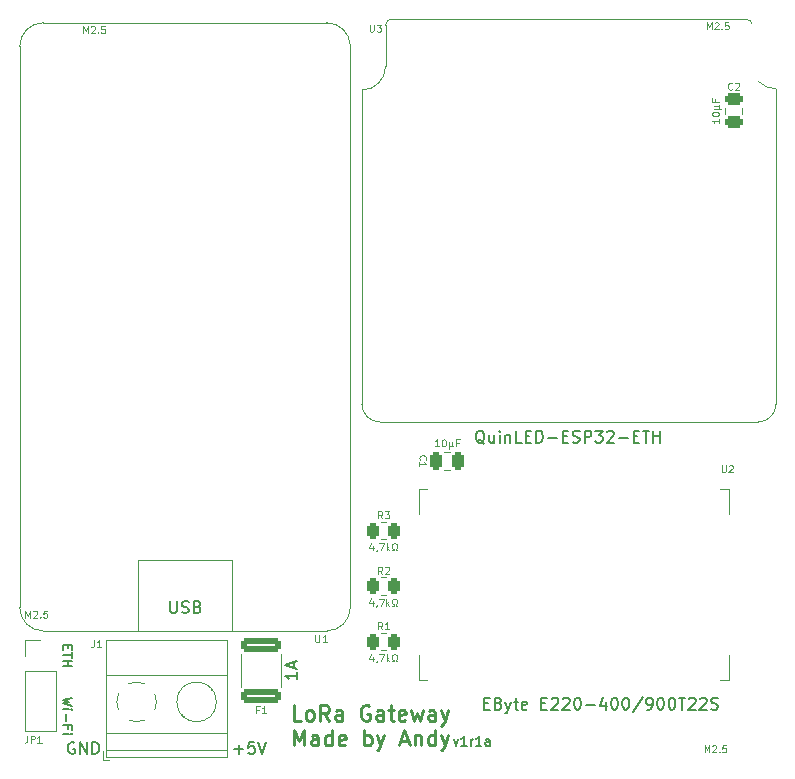
<source format=gto>
G04 #@! TF.GenerationSoftware,KiCad,Pcbnew,(6.0.2)*
G04 #@! TF.CreationDate,2022-09-28T01:41:01+02:00*
G04 #@! TF.ProjectId,LoRa-Gateway-E220,4c6f5261-2d47-4617-9465-7761792d4532,v1r1a*
G04 #@! TF.SameCoordinates,Original*
G04 #@! TF.FileFunction,Legend,Top*
G04 #@! TF.FilePolarity,Positive*
%FSLAX46Y46*%
G04 Gerber Fmt 4.6, Leading zero omitted, Abs format (unit mm)*
G04 Created by KiCad (PCBNEW (6.0.2)) date 2022-09-28 01:41:01*
%MOMM*%
%LPD*%
G01*
G04 APERTURE LIST*
G04 Aperture macros list*
%AMRoundRect*
0 Rectangle with rounded corners*
0 $1 Rounding radius*
0 $2 $3 $4 $5 $6 $7 $8 $9 X,Y pos of 4 corners*
0 Add a 4 corners polygon primitive as box body*
4,1,4,$2,$3,$4,$5,$6,$7,$8,$9,$2,$3,0*
0 Add four circle primitives for the rounded corners*
1,1,$1+$1,$2,$3*
1,1,$1+$1,$4,$5*
1,1,$1+$1,$6,$7*
1,1,$1+$1,$8,$9*
0 Add four rect primitives between the rounded corners*
20,1,$1+$1,$2,$3,$4,$5,0*
20,1,$1+$1,$4,$5,$6,$7,0*
20,1,$1+$1,$6,$7,$8,$9,0*
20,1,$1+$1,$8,$9,$2,$3,0*%
G04 Aperture macros list end*
%ADD10C,0.250000*%
%ADD11C,0.150000*%
%ADD12C,0.120000*%
%ADD13C,0.130000*%
%ADD14C,0.200000*%
%ADD15R,1.700000X1.700000*%
%ADD16O,1.700000X1.700000*%
%ADD17RoundRect,0.250000X0.475000X-0.250000X0.475000X0.250000X-0.475000X0.250000X-0.475000X-0.250000X0*%
%ADD18C,0.800000*%
%ADD19C,5.000000*%
%ADD20RoundRect,0.250000X-0.262500X-0.450000X0.262500X-0.450000X0.262500X0.450000X-0.262500X0.450000X0*%
%ADD21C,1.700000*%
%ADD22R,1.000000X1.800000*%
%ADD23RoundRect,0.250000X-1.450000X0.312500X-1.450000X-0.312500X1.450000X-0.312500X1.450000X0.312500X0*%
%ADD24RoundRect,0.250000X-0.250000X-0.475000X0.250000X-0.475000X0.250000X0.475000X-0.250000X0.475000X0*%
%ADD25R,2.600000X2.600000*%
%ADD26C,2.600000*%
%ADD27R,1.524000X1.524000*%
%ADD28C,1.524000*%
G04 APERTURE END LIST*
D10*
X121250000Y-95791595D02*
X120630952Y-95791595D01*
X120630952Y-94491595D01*
X121869047Y-95791595D02*
X121745238Y-95729690D01*
X121683333Y-95667785D01*
X121621428Y-95543976D01*
X121621428Y-95172547D01*
X121683333Y-95048738D01*
X121745238Y-94986833D01*
X121869047Y-94924928D01*
X122054761Y-94924928D01*
X122178571Y-94986833D01*
X122240476Y-95048738D01*
X122302380Y-95172547D01*
X122302380Y-95543976D01*
X122240476Y-95667785D01*
X122178571Y-95729690D01*
X122054761Y-95791595D01*
X121869047Y-95791595D01*
X123602380Y-95791595D02*
X123169047Y-95172547D01*
X122859523Y-95791595D02*
X122859523Y-94491595D01*
X123354761Y-94491595D01*
X123478571Y-94553500D01*
X123540476Y-94615404D01*
X123602380Y-94739214D01*
X123602380Y-94924928D01*
X123540476Y-95048738D01*
X123478571Y-95110642D01*
X123354761Y-95172547D01*
X122859523Y-95172547D01*
X124716666Y-95791595D02*
X124716666Y-95110642D01*
X124654761Y-94986833D01*
X124530952Y-94924928D01*
X124283333Y-94924928D01*
X124159523Y-94986833D01*
X124716666Y-95729690D02*
X124592857Y-95791595D01*
X124283333Y-95791595D01*
X124159523Y-95729690D01*
X124097619Y-95605880D01*
X124097619Y-95482071D01*
X124159523Y-95358261D01*
X124283333Y-95296357D01*
X124592857Y-95296357D01*
X124716666Y-95234452D01*
X127007142Y-94553500D02*
X126883333Y-94491595D01*
X126697619Y-94491595D01*
X126511904Y-94553500D01*
X126388095Y-94677309D01*
X126326190Y-94801119D01*
X126264285Y-95048738D01*
X126264285Y-95234452D01*
X126326190Y-95482071D01*
X126388095Y-95605880D01*
X126511904Y-95729690D01*
X126697619Y-95791595D01*
X126821428Y-95791595D01*
X127007142Y-95729690D01*
X127069047Y-95667785D01*
X127069047Y-95234452D01*
X126821428Y-95234452D01*
X128183333Y-95791595D02*
X128183333Y-95110642D01*
X128121428Y-94986833D01*
X127997619Y-94924928D01*
X127750000Y-94924928D01*
X127626190Y-94986833D01*
X128183333Y-95729690D02*
X128059523Y-95791595D01*
X127750000Y-95791595D01*
X127626190Y-95729690D01*
X127564285Y-95605880D01*
X127564285Y-95482071D01*
X127626190Y-95358261D01*
X127750000Y-95296357D01*
X128059523Y-95296357D01*
X128183333Y-95234452D01*
X128616666Y-94924928D02*
X129111904Y-94924928D01*
X128802380Y-94491595D02*
X128802380Y-95605880D01*
X128864285Y-95729690D01*
X128988095Y-95791595D01*
X129111904Y-95791595D01*
X130040476Y-95729690D02*
X129916666Y-95791595D01*
X129669047Y-95791595D01*
X129545238Y-95729690D01*
X129483333Y-95605880D01*
X129483333Y-95110642D01*
X129545238Y-94986833D01*
X129669047Y-94924928D01*
X129916666Y-94924928D01*
X130040476Y-94986833D01*
X130102380Y-95110642D01*
X130102380Y-95234452D01*
X129483333Y-95358261D01*
X130535714Y-94924928D02*
X130783333Y-95791595D01*
X131030952Y-95172547D01*
X131278571Y-95791595D01*
X131526190Y-94924928D01*
X132578571Y-95791595D02*
X132578571Y-95110642D01*
X132516666Y-94986833D01*
X132392857Y-94924928D01*
X132145238Y-94924928D01*
X132021428Y-94986833D01*
X132578571Y-95729690D02*
X132454761Y-95791595D01*
X132145238Y-95791595D01*
X132021428Y-95729690D01*
X131959523Y-95605880D01*
X131959523Y-95482071D01*
X132021428Y-95358261D01*
X132145238Y-95296357D01*
X132454761Y-95296357D01*
X132578571Y-95234452D01*
X133073809Y-94924928D02*
X133383333Y-95791595D01*
X133692857Y-94924928D02*
X133383333Y-95791595D01*
X133259523Y-96101119D01*
X133197619Y-96163023D01*
X133073809Y-96224928D01*
X120630952Y-97884595D02*
X120630952Y-96584595D01*
X121064285Y-97513166D01*
X121497619Y-96584595D01*
X121497619Y-97884595D01*
X122673809Y-97884595D02*
X122673809Y-97203642D01*
X122611904Y-97079833D01*
X122488095Y-97017928D01*
X122240476Y-97017928D01*
X122116666Y-97079833D01*
X122673809Y-97822690D02*
X122550000Y-97884595D01*
X122240476Y-97884595D01*
X122116666Y-97822690D01*
X122054761Y-97698880D01*
X122054761Y-97575071D01*
X122116666Y-97451261D01*
X122240476Y-97389357D01*
X122550000Y-97389357D01*
X122673809Y-97327452D01*
X123850000Y-97884595D02*
X123850000Y-96584595D01*
X123850000Y-97822690D02*
X123726190Y-97884595D01*
X123478571Y-97884595D01*
X123354761Y-97822690D01*
X123292857Y-97760785D01*
X123230952Y-97636976D01*
X123230952Y-97265547D01*
X123292857Y-97141738D01*
X123354761Y-97079833D01*
X123478571Y-97017928D01*
X123726190Y-97017928D01*
X123850000Y-97079833D01*
X124964285Y-97822690D02*
X124840476Y-97884595D01*
X124592857Y-97884595D01*
X124469047Y-97822690D01*
X124407142Y-97698880D01*
X124407142Y-97203642D01*
X124469047Y-97079833D01*
X124592857Y-97017928D01*
X124840476Y-97017928D01*
X124964285Y-97079833D01*
X125026190Y-97203642D01*
X125026190Y-97327452D01*
X124407142Y-97451261D01*
X126573809Y-97884595D02*
X126573809Y-96584595D01*
X126573809Y-97079833D02*
X126697619Y-97017928D01*
X126945238Y-97017928D01*
X127069047Y-97079833D01*
X127130952Y-97141738D01*
X127192857Y-97265547D01*
X127192857Y-97636976D01*
X127130952Y-97760785D01*
X127069047Y-97822690D01*
X126945238Y-97884595D01*
X126697619Y-97884595D01*
X126573809Y-97822690D01*
X127626190Y-97017928D02*
X127935714Y-97884595D01*
X128245238Y-97017928D02*
X127935714Y-97884595D01*
X127811904Y-98194119D01*
X127750000Y-98256023D01*
X127626190Y-98317928D01*
X129669047Y-97513166D02*
X130288095Y-97513166D01*
X129545238Y-97884595D02*
X129978571Y-96584595D01*
X130411904Y-97884595D01*
X130845238Y-97017928D02*
X130845238Y-97884595D01*
X130845238Y-97141738D02*
X130907142Y-97079833D01*
X131030952Y-97017928D01*
X131216666Y-97017928D01*
X131340476Y-97079833D01*
X131402380Y-97203642D01*
X131402380Y-97884595D01*
X132578571Y-97884595D02*
X132578571Y-96584595D01*
X132578571Y-97822690D02*
X132454761Y-97884595D01*
X132207142Y-97884595D01*
X132083333Y-97822690D01*
X132021428Y-97760785D01*
X131959523Y-97636976D01*
X131959523Y-97265547D01*
X132021428Y-97141738D01*
X132083333Y-97079833D01*
X132207142Y-97017928D01*
X132454761Y-97017928D01*
X132578571Y-97079833D01*
X133073809Y-97017928D02*
X133383333Y-97884595D01*
X133692857Y-97017928D02*
X133383333Y-97884595D01*
X133259523Y-98194119D01*
X133197619Y-98256023D01*
X133073809Y-98317928D01*
D11*
X134138095Y-97378571D02*
X134328571Y-97911904D01*
X134519047Y-97378571D01*
X135242857Y-97911904D02*
X134785714Y-97911904D01*
X135014285Y-97911904D02*
X135014285Y-97111904D01*
X134938095Y-97226190D01*
X134861904Y-97302380D01*
X134785714Y-97340476D01*
X135585714Y-97911904D02*
X135585714Y-97378571D01*
X135585714Y-97530952D02*
X135623809Y-97454761D01*
X135661904Y-97416666D01*
X135738095Y-97378571D01*
X135814285Y-97378571D01*
X136500000Y-97911904D02*
X136042857Y-97911904D01*
X136271428Y-97911904D02*
X136271428Y-97111904D01*
X136195238Y-97226190D01*
X136119047Y-97302380D01*
X136042857Y-97340476D01*
X137185714Y-97911904D02*
X137185714Y-97492857D01*
X137147619Y-97416666D01*
X137071428Y-97378571D01*
X136919047Y-97378571D01*
X136842857Y-97416666D01*
X137185714Y-97873809D02*
X137109523Y-97911904D01*
X136919047Y-97911904D01*
X136842857Y-97873809D01*
X136804761Y-97797619D01*
X136804761Y-97721428D01*
X136842857Y-97645238D01*
X136919047Y-97607142D01*
X137109523Y-97607142D01*
X137185714Y-97569047D01*
D12*
X98050000Y-97071428D02*
X98050000Y-97500000D01*
X98021428Y-97585714D01*
X97964285Y-97642857D01*
X97878571Y-97671428D01*
X97821428Y-97671428D01*
X98335714Y-97671428D02*
X98335714Y-97071428D01*
X98564285Y-97071428D01*
X98621428Y-97100000D01*
X98650000Y-97128571D01*
X98678571Y-97185714D01*
X98678571Y-97271428D01*
X98650000Y-97328571D01*
X98621428Y-97357142D01*
X98564285Y-97385714D01*
X98335714Y-97385714D01*
X99250000Y-97671428D02*
X98907142Y-97671428D01*
X99078571Y-97671428D02*
X99078571Y-97071428D01*
X99021428Y-97157142D01*
X98964285Y-97214285D01*
X98907142Y-97242857D01*
D13*
X101838095Y-93838095D02*
X101038095Y-94028571D01*
X101609523Y-94180952D01*
X101038095Y-94333333D01*
X101838095Y-94523809D01*
X101038095Y-94828571D02*
X101571428Y-94828571D01*
X101838095Y-94828571D02*
X101800000Y-94790476D01*
X101761904Y-94828571D01*
X101800000Y-94866666D01*
X101838095Y-94828571D01*
X101761904Y-94828571D01*
X101342857Y-95209523D02*
X101342857Y-95819047D01*
X101457142Y-96466666D02*
X101457142Y-96200000D01*
X101038095Y-96200000D02*
X101838095Y-96200000D01*
X101838095Y-96580952D01*
X101038095Y-96885714D02*
X101571428Y-96885714D01*
X101838095Y-96885714D02*
X101800000Y-96847619D01*
X101761904Y-96885714D01*
X101800000Y-96923809D01*
X101838095Y-96885714D01*
X101761904Y-96885714D01*
X101457142Y-89404761D02*
X101457142Y-89671428D01*
X101038095Y-89785714D02*
X101038095Y-89404761D01*
X101838095Y-89404761D01*
X101838095Y-89785714D01*
X101838095Y-90014285D02*
X101838095Y-90471428D01*
X101038095Y-90242857D02*
X101838095Y-90242857D01*
X101038095Y-90738095D02*
X101838095Y-90738095D01*
X101457142Y-90738095D02*
X101457142Y-91195238D01*
X101038095Y-91195238D02*
X101838095Y-91195238D01*
D12*
X157750000Y-42314285D02*
X157721428Y-42342857D01*
X157635714Y-42371428D01*
X157578571Y-42371428D01*
X157492857Y-42342857D01*
X157435714Y-42285714D01*
X157407142Y-42228571D01*
X157378571Y-42114285D01*
X157378571Y-42028571D01*
X157407142Y-41914285D01*
X157435714Y-41857142D01*
X157492857Y-41800000D01*
X157578571Y-41771428D01*
X157635714Y-41771428D01*
X157721428Y-41800000D01*
X157750000Y-41828571D01*
X157978571Y-41828571D02*
X158007142Y-41800000D01*
X158064285Y-41771428D01*
X158207142Y-41771428D01*
X158264285Y-41800000D01*
X158292857Y-41828571D01*
X158321428Y-41885714D01*
X158321428Y-41942857D01*
X158292857Y-42028571D01*
X157950000Y-42371428D01*
X158321428Y-42371428D01*
X156621428Y-44835714D02*
X156621428Y-45178571D01*
X156621428Y-45007142D02*
X156021428Y-45007142D01*
X156107142Y-45064285D01*
X156164285Y-45121428D01*
X156192857Y-45178571D01*
X156021428Y-44464285D02*
X156021428Y-44407142D01*
X156050000Y-44350000D01*
X156078571Y-44321428D01*
X156135714Y-44292857D01*
X156250000Y-44264285D01*
X156392857Y-44264285D01*
X156507142Y-44292857D01*
X156564285Y-44321428D01*
X156592857Y-44350000D01*
X156621428Y-44407142D01*
X156621428Y-44464285D01*
X156592857Y-44521428D01*
X156564285Y-44550000D01*
X156507142Y-44578571D01*
X156392857Y-44607142D01*
X156250000Y-44607142D01*
X156135714Y-44578571D01*
X156078571Y-44550000D01*
X156050000Y-44521428D01*
X156021428Y-44464285D01*
X156221428Y-44007142D02*
X156821428Y-44007142D01*
X156535714Y-43721428D02*
X156592857Y-43692857D01*
X156621428Y-43635714D01*
X156535714Y-44007142D02*
X156592857Y-43978571D01*
X156621428Y-43921428D01*
X156621428Y-43807142D01*
X156592857Y-43750000D01*
X156535714Y-43721428D01*
X156221428Y-43721428D01*
X156307142Y-43178571D02*
X156307142Y-43378571D01*
X156621428Y-43378571D02*
X156021428Y-43378571D01*
X156021428Y-43092857D01*
X155385714Y-98471428D02*
X155385714Y-97871428D01*
X155585714Y-98300000D01*
X155785714Y-97871428D01*
X155785714Y-98471428D01*
X156042857Y-97928571D02*
X156071428Y-97900000D01*
X156128571Y-97871428D01*
X156271428Y-97871428D01*
X156328571Y-97900000D01*
X156357142Y-97928571D01*
X156385714Y-97985714D01*
X156385714Y-98042857D01*
X156357142Y-98128571D01*
X156014285Y-98471428D01*
X156385714Y-98471428D01*
X156642857Y-98414285D02*
X156671428Y-98442857D01*
X156642857Y-98471428D01*
X156614285Y-98442857D01*
X156642857Y-98414285D01*
X156642857Y-98471428D01*
X157214285Y-97871428D02*
X156928571Y-97871428D01*
X156900000Y-98157142D01*
X156928571Y-98128571D01*
X156985714Y-98100000D01*
X157128571Y-98100000D01*
X157185714Y-98128571D01*
X157214285Y-98157142D01*
X157242857Y-98214285D01*
X157242857Y-98357142D01*
X157214285Y-98414285D01*
X157185714Y-98442857D01*
X157128571Y-98471428D01*
X156985714Y-98471428D01*
X156928571Y-98442857D01*
X156900000Y-98414285D01*
X128100000Y-83371428D02*
X127900000Y-83085714D01*
X127757142Y-83371428D02*
X127757142Y-82771428D01*
X127985714Y-82771428D01*
X128042857Y-82800000D01*
X128071428Y-82828571D01*
X128100000Y-82885714D01*
X128100000Y-82971428D01*
X128071428Y-83028571D01*
X128042857Y-83057142D01*
X127985714Y-83085714D01*
X127757142Y-83085714D01*
X128328571Y-82828571D02*
X128357142Y-82800000D01*
X128414285Y-82771428D01*
X128557142Y-82771428D01*
X128614285Y-82800000D01*
X128642857Y-82828571D01*
X128671428Y-82885714D01*
X128671428Y-82942857D01*
X128642857Y-83028571D01*
X128300000Y-83371428D01*
X128671428Y-83371428D01*
X127287500Y-85671428D02*
X127287500Y-86071428D01*
X127144642Y-85442857D02*
X127001785Y-85871428D01*
X127373214Y-85871428D01*
X127630357Y-86042857D02*
X127630357Y-86071428D01*
X127601785Y-86128571D01*
X127573214Y-86157142D01*
X127830357Y-85471428D02*
X128230357Y-85471428D01*
X127973214Y-86071428D01*
X128458928Y-86071428D02*
X128458928Y-85471428D01*
X128516071Y-85842857D02*
X128687500Y-86071428D01*
X128687500Y-85671428D02*
X128458928Y-85900000D01*
X128916071Y-86071428D02*
X129058928Y-86071428D01*
X129058928Y-85957142D01*
X129001785Y-85928571D01*
X128944642Y-85871428D01*
X128916071Y-85785714D01*
X128916071Y-85642857D01*
X128944642Y-85557142D01*
X129001785Y-85500000D01*
X129087500Y-85471428D01*
X129201785Y-85471428D01*
X129287500Y-85500000D01*
X129344642Y-85557142D01*
X129373214Y-85642857D01*
X129373214Y-85785714D01*
X129344642Y-85871428D01*
X129287500Y-85928571D01*
X129230357Y-85957142D01*
X129230357Y-86071428D01*
X129373214Y-86071428D01*
X127042857Y-36871428D02*
X127042857Y-37357142D01*
X127071428Y-37414285D01*
X127100000Y-37442857D01*
X127157142Y-37471428D01*
X127271428Y-37471428D01*
X127328571Y-37442857D01*
X127357142Y-37414285D01*
X127385714Y-37357142D01*
X127385714Y-36871428D01*
X127614285Y-36871428D02*
X127985714Y-36871428D01*
X127785714Y-37100000D01*
X127871428Y-37100000D01*
X127928571Y-37128571D01*
X127957142Y-37157142D01*
X127985714Y-37214285D01*
X127985714Y-37357142D01*
X127957142Y-37414285D01*
X127928571Y-37442857D01*
X127871428Y-37471428D01*
X127700000Y-37471428D01*
X127642857Y-37442857D01*
X127614285Y-37414285D01*
D14*
X136754761Y-72347619D02*
X136659523Y-72300000D01*
X136564285Y-72204761D01*
X136421428Y-72061904D01*
X136326190Y-72014285D01*
X136230952Y-72014285D01*
X136278571Y-72252380D02*
X136183333Y-72204761D01*
X136088095Y-72109523D01*
X136040476Y-71919047D01*
X136040476Y-71585714D01*
X136088095Y-71395238D01*
X136183333Y-71300000D01*
X136278571Y-71252380D01*
X136469047Y-71252380D01*
X136564285Y-71300000D01*
X136659523Y-71395238D01*
X136707142Y-71585714D01*
X136707142Y-71919047D01*
X136659523Y-72109523D01*
X136564285Y-72204761D01*
X136469047Y-72252380D01*
X136278571Y-72252380D01*
X137564285Y-71585714D02*
X137564285Y-72252380D01*
X137135714Y-71585714D02*
X137135714Y-72109523D01*
X137183333Y-72204761D01*
X137278571Y-72252380D01*
X137421428Y-72252380D01*
X137516666Y-72204761D01*
X137564285Y-72157142D01*
X138040476Y-72252380D02*
X138040476Y-71585714D01*
X138040476Y-71252380D02*
X137992857Y-71300000D01*
X138040476Y-71347619D01*
X138088095Y-71300000D01*
X138040476Y-71252380D01*
X138040476Y-71347619D01*
X138516666Y-71585714D02*
X138516666Y-72252380D01*
X138516666Y-71680952D02*
X138564285Y-71633333D01*
X138659523Y-71585714D01*
X138802380Y-71585714D01*
X138897619Y-71633333D01*
X138945238Y-71728571D01*
X138945238Y-72252380D01*
X139897619Y-72252380D02*
X139421428Y-72252380D01*
X139421428Y-71252380D01*
X140230952Y-71728571D02*
X140564285Y-71728571D01*
X140707142Y-72252380D02*
X140230952Y-72252380D01*
X140230952Y-71252380D01*
X140707142Y-71252380D01*
X141135714Y-72252380D02*
X141135714Y-71252380D01*
X141373809Y-71252380D01*
X141516666Y-71300000D01*
X141611904Y-71395238D01*
X141659523Y-71490476D01*
X141707142Y-71680952D01*
X141707142Y-71823809D01*
X141659523Y-72014285D01*
X141611904Y-72109523D01*
X141516666Y-72204761D01*
X141373809Y-72252380D01*
X141135714Y-72252380D01*
X142135714Y-71871428D02*
X142897619Y-71871428D01*
X143373809Y-71728571D02*
X143707142Y-71728571D01*
X143850000Y-72252380D02*
X143373809Y-72252380D01*
X143373809Y-71252380D01*
X143850000Y-71252380D01*
X144230952Y-72204761D02*
X144373809Y-72252380D01*
X144611904Y-72252380D01*
X144707142Y-72204761D01*
X144754761Y-72157142D01*
X144802380Y-72061904D01*
X144802380Y-71966666D01*
X144754761Y-71871428D01*
X144707142Y-71823809D01*
X144611904Y-71776190D01*
X144421428Y-71728571D01*
X144326190Y-71680952D01*
X144278571Y-71633333D01*
X144230952Y-71538095D01*
X144230952Y-71442857D01*
X144278571Y-71347619D01*
X144326190Y-71300000D01*
X144421428Y-71252380D01*
X144659523Y-71252380D01*
X144802380Y-71300000D01*
X145230952Y-72252380D02*
X145230952Y-71252380D01*
X145611904Y-71252380D01*
X145707142Y-71300000D01*
X145754761Y-71347619D01*
X145802380Y-71442857D01*
X145802380Y-71585714D01*
X145754761Y-71680952D01*
X145707142Y-71728571D01*
X145611904Y-71776190D01*
X145230952Y-71776190D01*
X146135714Y-71252380D02*
X146754761Y-71252380D01*
X146421428Y-71633333D01*
X146564285Y-71633333D01*
X146659523Y-71680952D01*
X146707142Y-71728571D01*
X146754761Y-71823809D01*
X146754761Y-72061904D01*
X146707142Y-72157142D01*
X146659523Y-72204761D01*
X146564285Y-72252380D01*
X146278571Y-72252380D01*
X146183333Y-72204761D01*
X146135714Y-72157142D01*
X147135714Y-71347619D02*
X147183333Y-71300000D01*
X147278571Y-71252380D01*
X147516666Y-71252380D01*
X147611904Y-71300000D01*
X147659523Y-71347619D01*
X147707142Y-71442857D01*
X147707142Y-71538095D01*
X147659523Y-71680952D01*
X147088095Y-72252380D01*
X147707142Y-72252380D01*
X148135714Y-71871428D02*
X148897619Y-71871428D01*
X149373809Y-71728571D02*
X149707142Y-71728571D01*
X149850000Y-72252380D02*
X149373809Y-72252380D01*
X149373809Y-71252380D01*
X149850000Y-71252380D01*
X150135714Y-71252380D02*
X150707142Y-71252380D01*
X150421428Y-72252380D02*
X150421428Y-71252380D01*
X151040476Y-72252380D02*
X151040476Y-71252380D01*
X151040476Y-71728571D02*
X151611904Y-71728571D01*
X151611904Y-72252380D02*
X151611904Y-71252380D01*
D12*
X102785714Y-37571428D02*
X102785714Y-36971428D01*
X102985714Y-37400000D01*
X103185714Y-36971428D01*
X103185714Y-37571428D01*
X103442857Y-37028571D02*
X103471428Y-37000000D01*
X103528571Y-36971428D01*
X103671428Y-36971428D01*
X103728571Y-37000000D01*
X103757142Y-37028571D01*
X103785714Y-37085714D01*
X103785714Y-37142857D01*
X103757142Y-37228571D01*
X103414285Y-37571428D01*
X103785714Y-37571428D01*
X104042857Y-37514285D02*
X104071428Y-37542857D01*
X104042857Y-37571428D01*
X104014285Y-37542857D01*
X104042857Y-37514285D01*
X104042857Y-37571428D01*
X104614285Y-36971428D02*
X104328571Y-36971428D01*
X104300000Y-37257142D01*
X104328571Y-37228571D01*
X104385714Y-37200000D01*
X104528571Y-37200000D01*
X104585714Y-37228571D01*
X104614285Y-37257142D01*
X104642857Y-37314285D01*
X104642857Y-37457142D01*
X104614285Y-37514285D01*
X104585714Y-37542857D01*
X104528571Y-37571428D01*
X104385714Y-37571428D01*
X104328571Y-37542857D01*
X104300000Y-37514285D01*
X156842857Y-74171428D02*
X156842857Y-74657142D01*
X156871428Y-74714285D01*
X156900000Y-74742857D01*
X156957142Y-74771428D01*
X157071428Y-74771428D01*
X157128571Y-74742857D01*
X157157142Y-74714285D01*
X157185714Y-74657142D01*
X157185714Y-74171428D01*
X157442857Y-74228571D02*
X157471428Y-74200000D01*
X157528571Y-74171428D01*
X157671428Y-74171428D01*
X157728571Y-74200000D01*
X157757142Y-74228571D01*
X157785714Y-74285714D01*
X157785714Y-74342857D01*
X157757142Y-74428571D01*
X157414285Y-74771428D01*
X157785714Y-74771428D01*
D14*
X136719047Y-94328571D02*
X137052380Y-94328571D01*
X137195238Y-94852380D02*
X136719047Y-94852380D01*
X136719047Y-93852380D01*
X137195238Y-93852380D01*
X137957142Y-94328571D02*
X138100000Y-94376190D01*
X138147619Y-94423809D01*
X138195238Y-94519047D01*
X138195238Y-94661904D01*
X138147619Y-94757142D01*
X138100000Y-94804761D01*
X138004761Y-94852380D01*
X137623809Y-94852380D01*
X137623809Y-93852380D01*
X137957142Y-93852380D01*
X138052380Y-93900000D01*
X138100000Y-93947619D01*
X138147619Y-94042857D01*
X138147619Y-94138095D01*
X138100000Y-94233333D01*
X138052380Y-94280952D01*
X137957142Y-94328571D01*
X137623809Y-94328571D01*
X138528571Y-94185714D02*
X138766666Y-94852380D01*
X139004761Y-94185714D02*
X138766666Y-94852380D01*
X138671428Y-95090476D01*
X138623809Y-95138095D01*
X138528571Y-95185714D01*
X139242857Y-94185714D02*
X139623809Y-94185714D01*
X139385714Y-93852380D02*
X139385714Y-94709523D01*
X139433333Y-94804761D01*
X139528571Y-94852380D01*
X139623809Y-94852380D01*
X140338095Y-94804761D02*
X140242857Y-94852380D01*
X140052380Y-94852380D01*
X139957142Y-94804761D01*
X139909523Y-94709523D01*
X139909523Y-94328571D01*
X139957142Y-94233333D01*
X140052380Y-94185714D01*
X140242857Y-94185714D01*
X140338095Y-94233333D01*
X140385714Y-94328571D01*
X140385714Y-94423809D01*
X139909523Y-94519047D01*
X141576190Y-94328571D02*
X141909523Y-94328571D01*
X142052380Y-94852380D02*
X141576190Y-94852380D01*
X141576190Y-93852380D01*
X142052380Y-93852380D01*
X142433333Y-93947619D02*
X142480952Y-93900000D01*
X142576190Y-93852380D01*
X142814285Y-93852380D01*
X142909523Y-93900000D01*
X142957142Y-93947619D01*
X143004761Y-94042857D01*
X143004761Y-94138095D01*
X142957142Y-94280952D01*
X142385714Y-94852380D01*
X143004761Y-94852380D01*
X143385714Y-93947619D02*
X143433333Y-93900000D01*
X143528571Y-93852380D01*
X143766666Y-93852380D01*
X143861904Y-93900000D01*
X143909523Y-93947619D01*
X143957142Y-94042857D01*
X143957142Y-94138095D01*
X143909523Y-94280952D01*
X143338095Y-94852380D01*
X143957142Y-94852380D01*
X144576190Y-93852380D02*
X144671428Y-93852380D01*
X144766666Y-93900000D01*
X144814285Y-93947619D01*
X144861904Y-94042857D01*
X144909523Y-94233333D01*
X144909523Y-94471428D01*
X144861904Y-94661904D01*
X144814285Y-94757142D01*
X144766666Y-94804761D01*
X144671428Y-94852380D01*
X144576190Y-94852380D01*
X144480952Y-94804761D01*
X144433333Y-94757142D01*
X144385714Y-94661904D01*
X144338095Y-94471428D01*
X144338095Y-94233333D01*
X144385714Y-94042857D01*
X144433333Y-93947619D01*
X144480952Y-93900000D01*
X144576190Y-93852380D01*
X145338095Y-94471428D02*
X146100000Y-94471428D01*
X147004761Y-94185714D02*
X147004761Y-94852380D01*
X146766666Y-93804761D02*
X146528571Y-94519047D01*
X147147619Y-94519047D01*
X147719047Y-93852380D02*
X147814285Y-93852380D01*
X147909523Y-93900000D01*
X147957142Y-93947619D01*
X148004761Y-94042857D01*
X148052380Y-94233333D01*
X148052380Y-94471428D01*
X148004761Y-94661904D01*
X147957142Y-94757142D01*
X147909523Y-94804761D01*
X147814285Y-94852380D01*
X147719047Y-94852380D01*
X147623809Y-94804761D01*
X147576190Y-94757142D01*
X147528571Y-94661904D01*
X147480952Y-94471428D01*
X147480952Y-94233333D01*
X147528571Y-94042857D01*
X147576190Y-93947619D01*
X147623809Y-93900000D01*
X147719047Y-93852380D01*
X148671428Y-93852380D02*
X148766666Y-93852380D01*
X148861904Y-93900000D01*
X148909523Y-93947619D01*
X148957142Y-94042857D01*
X149004761Y-94233333D01*
X149004761Y-94471428D01*
X148957142Y-94661904D01*
X148909523Y-94757142D01*
X148861904Y-94804761D01*
X148766666Y-94852380D01*
X148671428Y-94852380D01*
X148576190Y-94804761D01*
X148528571Y-94757142D01*
X148480952Y-94661904D01*
X148433333Y-94471428D01*
X148433333Y-94233333D01*
X148480952Y-94042857D01*
X148528571Y-93947619D01*
X148576190Y-93900000D01*
X148671428Y-93852380D01*
X150147619Y-93804761D02*
X149290476Y-95090476D01*
X150528571Y-94852380D02*
X150719047Y-94852380D01*
X150814285Y-94804761D01*
X150861904Y-94757142D01*
X150957142Y-94614285D01*
X151004761Y-94423809D01*
X151004761Y-94042857D01*
X150957142Y-93947619D01*
X150909523Y-93900000D01*
X150814285Y-93852380D01*
X150623809Y-93852380D01*
X150528571Y-93900000D01*
X150480952Y-93947619D01*
X150433333Y-94042857D01*
X150433333Y-94280952D01*
X150480952Y-94376190D01*
X150528571Y-94423809D01*
X150623809Y-94471428D01*
X150814285Y-94471428D01*
X150909523Y-94423809D01*
X150957142Y-94376190D01*
X151004761Y-94280952D01*
X151623809Y-93852380D02*
X151719047Y-93852380D01*
X151814285Y-93900000D01*
X151861904Y-93947619D01*
X151909523Y-94042857D01*
X151957142Y-94233333D01*
X151957142Y-94471428D01*
X151909523Y-94661904D01*
X151861904Y-94757142D01*
X151814285Y-94804761D01*
X151719047Y-94852380D01*
X151623809Y-94852380D01*
X151528571Y-94804761D01*
X151480952Y-94757142D01*
X151433333Y-94661904D01*
X151385714Y-94471428D01*
X151385714Y-94233333D01*
X151433333Y-94042857D01*
X151480952Y-93947619D01*
X151528571Y-93900000D01*
X151623809Y-93852380D01*
X152576190Y-93852380D02*
X152671428Y-93852380D01*
X152766666Y-93900000D01*
X152814285Y-93947619D01*
X152861904Y-94042857D01*
X152909523Y-94233333D01*
X152909523Y-94471428D01*
X152861904Y-94661904D01*
X152814285Y-94757142D01*
X152766666Y-94804761D01*
X152671428Y-94852380D01*
X152576190Y-94852380D01*
X152480952Y-94804761D01*
X152433333Y-94757142D01*
X152385714Y-94661904D01*
X152338095Y-94471428D01*
X152338095Y-94233333D01*
X152385714Y-94042857D01*
X152433333Y-93947619D01*
X152480952Y-93900000D01*
X152576190Y-93852380D01*
X153195238Y-93852380D02*
X153766666Y-93852380D01*
X153480952Y-94852380D02*
X153480952Y-93852380D01*
X154052380Y-93947619D02*
X154100000Y-93900000D01*
X154195238Y-93852380D01*
X154433333Y-93852380D01*
X154528571Y-93900000D01*
X154576190Y-93947619D01*
X154623809Y-94042857D01*
X154623809Y-94138095D01*
X154576190Y-94280952D01*
X154004761Y-94852380D01*
X154623809Y-94852380D01*
X155004761Y-93947619D02*
X155052380Y-93900000D01*
X155147619Y-93852380D01*
X155385714Y-93852380D01*
X155480952Y-93900000D01*
X155528571Y-93947619D01*
X155576190Y-94042857D01*
X155576190Y-94138095D01*
X155528571Y-94280952D01*
X154957142Y-94852380D01*
X155576190Y-94852380D01*
X155957142Y-94804761D02*
X156100000Y-94852380D01*
X156338095Y-94852380D01*
X156433333Y-94804761D01*
X156480952Y-94757142D01*
X156528571Y-94661904D01*
X156528571Y-94566666D01*
X156480952Y-94471428D01*
X156433333Y-94423809D01*
X156338095Y-94376190D01*
X156147619Y-94328571D01*
X156052380Y-94280952D01*
X156004761Y-94233333D01*
X155957142Y-94138095D01*
X155957142Y-94042857D01*
X156004761Y-93947619D01*
X156052380Y-93900000D01*
X156147619Y-93852380D01*
X156385714Y-93852380D01*
X156528571Y-93900000D01*
D12*
X128100000Y-78671428D02*
X127900000Y-78385714D01*
X127757142Y-78671428D02*
X127757142Y-78071428D01*
X127985714Y-78071428D01*
X128042857Y-78100000D01*
X128071428Y-78128571D01*
X128100000Y-78185714D01*
X128100000Y-78271428D01*
X128071428Y-78328571D01*
X128042857Y-78357142D01*
X127985714Y-78385714D01*
X127757142Y-78385714D01*
X128300000Y-78071428D02*
X128671428Y-78071428D01*
X128471428Y-78300000D01*
X128557142Y-78300000D01*
X128614285Y-78328571D01*
X128642857Y-78357142D01*
X128671428Y-78414285D01*
X128671428Y-78557142D01*
X128642857Y-78614285D01*
X128614285Y-78642857D01*
X128557142Y-78671428D01*
X128385714Y-78671428D01*
X128328571Y-78642857D01*
X128300000Y-78614285D01*
X127300000Y-80971428D02*
X127300000Y-81371428D01*
X127157142Y-80742857D02*
X127014285Y-81171428D01*
X127385714Y-81171428D01*
X127642857Y-81342857D02*
X127642857Y-81371428D01*
X127614285Y-81428571D01*
X127585714Y-81457142D01*
X127842857Y-80771428D02*
X128242857Y-80771428D01*
X127985714Y-81371428D01*
X128471428Y-81371428D02*
X128471428Y-80771428D01*
X128528571Y-81142857D02*
X128700000Y-81371428D01*
X128700000Y-80971428D02*
X128471428Y-81200000D01*
X128928571Y-81371428D02*
X129071428Y-81371428D01*
X129071428Y-81257142D01*
X129014285Y-81228571D01*
X128957142Y-81171428D01*
X128928571Y-81085714D01*
X128928571Y-80942857D01*
X128957142Y-80857142D01*
X129014285Y-80800000D01*
X129100000Y-80771428D01*
X129214285Y-80771428D01*
X129300000Y-80800000D01*
X129357142Y-80857142D01*
X129385714Y-80942857D01*
X129385714Y-81085714D01*
X129357142Y-81171428D01*
X129300000Y-81228571D01*
X129242857Y-81257142D01*
X129242857Y-81371428D01*
X129385714Y-81371428D01*
X117650000Y-94857142D02*
X117450000Y-94857142D01*
X117450000Y-95171428D02*
X117450000Y-94571428D01*
X117735714Y-94571428D01*
X118278571Y-95171428D02*
X117935714Y-95171428D01*
X118107142Y-95171428D02*
X118107142Y-94571428D01*
X118050000Y-94657142D01*
X117992857Y-94714285D01*
X117935714Y-94742857D01*
D11*
X120902380Y-91692857D02*
X120902380Y-92264285D01*
X120902380Y-91978571D02*
X119902380Y-91978571D01*
X120045238Y-92073809D01*
X120140476Y-92169047D01*
X120188095Y-92264285D01*
X120616666Y-91311904D02*
X120616666Y-90835714D01*
X120902380Y-91407142D02*
X119902380Y-91073809D01*
X120902380Y-90740476D01*
D12*
X128100000Y-88071428D02*
X127900000Y-87785714D01*
X127757142Y-88071428D02*
X127757142Y-87471428D01*
X127985714Y-87471428D01*
X128042857Y-87500000D01*
X128071428Y-87528571D01*
X128100000Y-87585714D01*
X128100000Y-87671428D01*
X128071428Y-87728571D01*
X128042857Y-87757142D01*
X127985714Y-87785714D01*
X127757142Y-87785714D01*
X128671428Y-88071428D02*
X128328571Y-88071428D01*
X128500000Y-88071428D02*
X128500000Y-87471428D01*
X128442857Y-87557142D01*
X128385714Y-87614285D01*
X128328571Y-87642857D01*
X127300000Y-90371428D02*
X127300000Y-90771428D01*
X127157142Y-90142857D02*
X127014285Y-90571428D01*
X127385714Y-90571428D01*
X127642857Y-90742857D02*
X127642857Y-90771428D01*
X127614285Y-90828571D01*
X127585714Y-90857142D01*
X127842857Y-90171428D02*
X128242857Y-90171428D01*
X127985714Y-90771428D01*
X128471428Y-90771428D02*
X128471428Y-90171428D01*
X128528571Y-90542857D02*
X128700000Y-90771428D01*
X128700000Y-90371428D02*
X128471428Y-90600000D01*
X128928571Y-90771428D02*
X129071428Y-90771428D01*
X129071428Y-90657142D01*
X129014285Y-90628571D01*
X128957142Y-90571428D01*
X128928571Y-90485714D01*
X128928571Y-90342857D01*
X128957142Y-90257142D01*
X129014285Y-90200000D01*
X129100000Y-90171428D01*
X129214285Y-90171428D01*
X129300000Y-90200000D01*
X129357142Y-90257142D01*
X129385714Y-90342857D01*
X129385714Y-90485714D01*
X129357142Y-90571428D01*
X129300000Y-90628571D01*
X129242857Y-90657142D01*
X129242857Y-90771428D01*
X129385714Y-90771428D01*
X131285714Y-73700000D02*
X131257142Y-73671428D01*
X131228571Y-73585714D01*
X131228571Y-73528571D01*
X131257142Y-73442857D01*
X131314285Y-73385714D01*
X131371428Y-73357142D01*
X131485714Y-73328571D01*
X131571428Y-73328571D01*
X131685714Y-73357142D01*
X131742857Y-73385714D01*
X131800000Y-73442857D01*
X131828571Y-73528571D01*
X131828571Y-73585714D01*
X131800000Y-73671428D01*
X131771428Y-73700000D01*
X131228571Y-74271428D02*
X131228571Y-73928571D01*
X131228571Y-74100000D02*
X131828571Y-74100000D01*
X131742857Y-74042857D01*
X131685714Y-73985714D01*
X131657142Y-73928571D01*
X132914285Y-72571428D02*
X132571428Y-72571428D01*
X132742857Y-72571428D02*
X132742857Y-71971428D01*
X132685714Y-72057142D01*
X132628571Y-72114285D01*
X132571428Y-72142857D01*
X133285714Y-71971428D02*
X133342857Y-71971428D01*
X133400000Y-72000000D01*
X133428571Y-72028571D01*
X133457142Y-72085714D01*
X133485714Y-72200000D01*
X133485714Y-72342857D01*
X133457142Y-72457142D01*
X133428571Y-72514285D01*
X133400000Y-72542857D01*
X133342857Y-72571428D01*
X133285714Y-72571428D01*
X133228571Y-72542857D01*
X133200000Y-72514285D01*
X133171428Y-72457142D01*
X133142857Y-72342857D01*
X133142857Y-72200000D01*
X133171428Y-72085714D01*
X133200000Y-72028571D01*
X133228571Y-72000000D01*
X133285714Y-71971428D01*
X133742857Y-72171428D02*
X133742857Y-72771428D01*
X134028571Y-72485714D02*
X134057142Y-72542857D01*
X134114285Y-72571428D01*
X133742857Y-72485714D02*
X133771428Y-72542857D01*
X133828571Y-72571428D01*
X133942857Y-72571428D01*
X134000000Y-72542857D01*
X134028571Y-72485714D01*
X134028571Y-72171428D01*
X134571428Y-72257142D02*
X134371428Y-72257142D01*
X134371428Y-72571428D02*
X134371428Y-71971428D01*
X134657142Y-71971428D01*
X103700000Y-88971428D02*
X103700000Y-89400000D01*
X103671428Y-89485714D01*
X103614285Y-89542857D01*
X103528571Y-89571428D01*
X103471428Y-89571428D01*
X104300000Y-89571428D02*
X103957142Y-89571428D01*
X104128571Y-89571428D02*
X104128571Y-88971428D01*
X104071428Y-89057142D01*
X104014285Y-89114285D01*
X103957142Y-89142857D01*
D11*
X102038095Y-97650000D02*
X101942857Y-97602380D01*
X101800000Y-97602380D01*
X101657142Y-97650000D01*
X101561904Y-97745238D01*
X101514285Y-97840476D01*
X101466666Y-98030952D01*
X101466666Y-98173809D01*
X101514285Y-98364285D01*
X101561904Y-98459523D01*
X101657142Y-98554761D01*
X101800000Y-98602380D01*
X101895238Y-98602380D01*
X102038095Y-98554761D01*
X102085714Y-98507142D01*
X102085714Y-98173809D01*
X101895238Y-98173809D01*
X102514285Y-98602380D02*
X102514285Y-97602380D01*
X103085714Y-98602380D01*
X103085714Y-97602380D01*
X103561904Y-98602380D02*
X103561904Y-97602380D01*
X103800000Y-97602380D01*
X103942857Y-97650000D01*
X104038095Y-97745238D01*
X104085714Y-97840476D01*
X104133333Y-98030952D01*
X104133333Y-98173809D01*
X104085714Y-98364285D01*
X104038095Y-98459523D01*
X103942857Y-98554761D01*
X103800000Y-98602380D01*
X103561904Y-98602380D01*
X115564285Y-98221428D02*
X116326190Y-98221428D01*
X115945238Y-98602380D02*
X115945238Y-97840476D01*
X117278571Y-97602380D02*
X116802380Y-97602380D01*
X116754761Y-98078571D01*
X116802380Y-98030952D01*
X116897619Y-97983333D01*
X117135714Y-97983333D01*
X117230952Y-98030952D01*
X117278571Y-98078571D01*
X117326190Y-98173809D01*
X117326190Y-98411904D01*
X117278571Y-98507142D01*
X117230952Y-98554761D01*
X117135714Y-98602380D01*
X116897619Y-98602380D01*
X116802380Y-98554761D01*
X116754761Y-98507142D01*
X117611904Y-97602380D02*
X117945238Y-98602380D01*
X118278571Y-97602380D01*
D12*
X155585714Y-37271428D02*
X155585714Y-36671428D01*
X155785714Y-37100000D01*
X155985714Y-36671428D01*
X155985714Y-37271428D01*
X156242857Y-36728571D02*
X156271428Y-36700000D01*
X156328571Y-36671428D01*
X156471428Y-36671428D01*
X156528571Y-36700000D01*
X156557142Y-36728571D01*
X156585714Y-36785714D01*
X156585714Y-36842857D01*
X156557142Y-36928571D01*
X156214285Y-37271428D01*
X156585714Y-37271428D01*
X156842857Y-37214285D02*
X156871428Y-37242857D01*
X156842857Y-37271428D01*
X156814285Y-37242857D01*
X156842857Y-37214285D01*
X156842857Y-37271428D01*
X157414285Y-36671428D02*
X157128571Y-36671428D01*
X157100000Y-36957142D01*
X157128571Y-36928571D01*
X157185714Y-36900000D01*
X157328571Y-36900000D01*
X157385714Y-36928571D01*
X157414285Y-36957142D01*
X157442857Y-37014285D01*
X157442857Y-37157142D01*
X157414285Y-37214285D01*
X157385714Y-37242857D01*
X157328571Y-37271428D01*
X157185714Y-37271428D01*
X157128571Y-37242857D01*
X157100000Y-37214285D01*
X122442857Y-88571428D02*
X122442857Y-89057142D01*
X122471428Y-89114285D01*
X122500000Y-89142857D01*
X122557142Y-89171428D01*
X122671428Y-89171428D01*
X122728571Y-89142857D01*
X122757142Y-89114285D01*
X122785714Y-89057142D01*
X122785714Y-88571428D01*
X123385714Y-89171428D02*
X123042857Y-89171428D01*
X123214285Y-89171428D02*
X123214285Y-88571428D01*
X123157142Y-88657142D01*
X123100000Y-88714285D01*
X123042857Y-88742857D01*
D11*
X110138095Y-85682380D02*
X110138095Y-86491904D01*
X110185714Y-86587142D01*
X110233333Y-86634761D01*
X110328571Y-86682380D01*
X110519047Y-86682380D01*
X110614285Y-86634761D01*
X110661904Y-86587142D01*
X110709523Y-86491904D01*
X110709523Y-85682380D01*
X111138095Y-86634761D02*
X111280952Y-86682380D01*
X111519047Y-86682380D01*
X111614285Y-86634761D01*
X111661904Y-86587142D01*
X111709523Y-86491904D01*
X111709523Y-86396666D01*
X111661904Y-86301428D01*
X111614285Y-86253809D01*
X111519047Y-86206190D01*
X111328571Y-86158571D01*
X111233333Y-86110952D01*
X111185714Y-86063333D01*
X111138095Y-85968095D01*
X111138095Y-85872857D01*
X111185714Y-85777619D01*
X111233333Y-85730000D01*
X111328571Y-85682380D01*
X111566666Y-85682380D01*
X111709523Y-85730000D01*
X112471428Y-86158571D02*
X112614285Y-86206190D01*
X112661904Y-86253809D01*
X112709523Y-86349047D01*
X112709523Y-86491904D01*
X112661904Y-86587142D01*
X112614285Y-86634761D01*
X112519047Y-86682380D01*
X112138095Y-86682380D01*
X112138095Y-85682380D01*
X112471428Y-85682380D01*
X112566666Y-85730000D01*
X112614285Y-85777619D01*
X112661904Y-85872857D01*
X112661904Y-85968095D01*
X112614285Y-86063333D01*
X112566666Y-86110952D01*
X112471428Y-86158571D01*
X112138095Y-86158571D01*
D12*
X97885714Y-87071428D02*
X97885714Y-86471428D01*
X98085714Y-86900000D01*
X98285714Y-86471428D01*
X98285714Y-87071428D01*
X98542857Y-86528571D02*
X98571428Y-86500000D01*
X98628571Y-86471428D01*
X98771428Y-86471428D01*
X98828571Y-86500000D01*
X98857142Y-86528571D01*
X98885714Y-86585714D01*
X98885714Y-86642857D01*
X98857142Y-86728571D01*
X98514285Y-87071428D01*
X98885714Y-87071428D01*
X99142857Y-87014285D02*
X99171428Y-87042857D01*
X99142857Y-87071428D01*
X99114285Y-87042857D01*
X99142857Y-87014285D01*
X99142857Y-87071428D01*
X99714285Y-86471428D02*
X99428571Y-86471428D01*
X99400000Y-86757142D01*
X99428571Y-86728571D01*
X99485714Y-86700000D01*
X99628571Y-86700000D01*
X99685714Y-86728571D01*
X99714285Y-86757142D01*
X99742857Y-86814285D01*
X99742857Y-86957142D01*
X99714285Y-87014285D01*
X99685714Y-87042857D01*
X99628571Y-87071428D01*
X99485714Y-87071428D01*
X99428571Y-87042857D01*
X99400000Y-87014285D01*
X100480000Y-91570000D02*
X100480000Y-96710000D01*
X97820000Y-88970000D02*
X99150000Y-88970000D01*
X97820000Y-91570000D02*
X100480000Y-91570000D01*
X97820000Y-96710000D02*
X100480000Y-96710000D01*
X97820000Y-91570000D02*
X97820000Y-96710000D01*
X97820000Y-90300000D02*
X97820000Y-88970000D01*
X157115000Y-44411252D02*
X157115000Y-43888748D01*
X158585000Y-44411252D02*
X158585000Y-43888748D01*
X127972936Y-85135000D02*
X128427064Y-85135000D01*
X127972936Y-83665000D02*
X128427064Y-83665000D01*
X158930000Y-36405000D02*
X128880000Y-36405000D01*
X159430000Y-40305000D02*
X159430000Y-36905000D01*
X128380000Y-40405000D02*
X128380000Y-36905000D01*
X159930000Y-70505000D02*
X127880000Y-70505000D01*
X161430000Y-69005000D02*
X161430000Y-42305000D01*
X126380000Y-69005000D02*
X126380000Y-42405000D01*
X128880000Y-36405000D02*
G75*
G03*
X128380000Y-36905000I1J-500001D01*
G01*
X159430000Y-40305000D02*
G75*
G03*
X161430000Y-42305000I1999999J-1D01*
G01*
X159930000Y-70505000D02*
G75*
G03*
X161430000Y-69005000I-1J1500001D01*
G01*
X126380000Y-42405000D02*
G75*
G03*
X128380000Y-40405000I1J1999999D01*
G01*
X159430000Y-36905000D02*
G75*
G03*
X158930000Y-36405000I-500001J-1D01*
G01*
X126380000Y-69005000D02*
G75*
G03*
X127880000Y-70505000I1500001J1D01*
G01*
X131220000Y-76167500D02*
X131920000Y-76167500D01*
X157420000Y-92367500D02*
X156720000Y-92367500D01*
X131220000Y-90267500D02*
X131220000Y-92367500D01*
X157420000Y-78267500D02*
X157420000Y-76167500D01*
X131220000Y-92367500D02*
X131920000Y-92367500D01*
X131220000Y-78267500D02*
X131220000Y-76167500D01*
X157420000Y-90267500D02*
X157420000Y-92367500D01*
X157420000Y-76167500D02*
X156720000Y-76167500D01*
X127972936Y-80435000D02*
X128427064Y-80435000D01*
X127972936Y-78965000D02*
X128427064Y-78965000D01*
X116140000Y-90151248D02*
X116140000Y-92923752D01*
X119560000Y-90151248D02*
X119560000Y-92923752D01*
X127972936Y-88365000D02*
X128427064Y-88365000D01*
X127972936Y-89835000D02*
X128427064Y-89835000D01*
X133338748Y-73065000D02*
X133861252Y-73065000D01*
X133338748Y-74535000D02*
X133861252Y-74535000D01*
X104700000Y-88944000D02*
X104700000Y-98865000D01*
X104460000Y-98365000D02*
X104460000Y-99105000D01*
X114980000Y-88944000D02*
X114980000Y-98865000D01*
X104700000Y-91904000D02*
X114980000Y-91904000D01*
X104700000Y-88944000D02*
X114980000Y-88944000D01*
X104460000Y-99105000D02*
X104960000Y-99105000D01*
X111346000Y-95444000D02*
X111311000Y-95479000D01*
X113655000Y-93136000D02*
X113608000Y-93182000D01*
X104700000Y-96805000D02*
X114980000Y-96805000D01*
X111153000Y-95228000D02*
X111106000Y-95274000D01*
X113450000Y-92930000D02*
X113415000Y-92966000D01*
X104700000Y-98865000D02*
X114980000Y-98865000D01*
X104700000Y-98305000D02*
X114980000Y-98305000D01*
X107984000Y-92670000D02*
G75*
G03*
X106616958Y-92669573I-684001J-1534993D01*
G01*
X105765000Y-93521000D02*
G75*
G03*
X105764573Y-94888042I1534993J-684001D01*
G01*
X108835000Y-94889000D02*
G75*
G03*
X108835427Y-93521958I-1534993J684001D01*
G01*
X107300000Y-95885000D02*
G75*
G03*
X107983318Y-95739756I1J1679992D01*
G01*
X106616000Y-95740000D02*
G75*
G03*
X107328805Y-95885253I683999J1535001D01*
G01*
X114060000Y-94205000D02*
G75*
G03*
X114060000Y-94205000I-1680000J0D01*
G01*
X115400000Y-82200000D02*
X115400000Y-88200000D01*
X107400000Y-82200000D02*
X115400000Y-82200000D01*
X99400000Y-36700000D02*
X123400000Y-36700000D01*
X107400000Y-82200000D02*
X107400000Y-88200000D01*
X125400000Y-86200000D02*
X125400000Y-38700000D01*
X99400000Y-88200000D02*
X123400000Y-88200000D01*
X97400000Y-38700000D02*
X97400000Y-86200000D01*
X123400000Y-88200000D02*
G75*
G03*
X125400000Y-86200000I1J1999999D01*
G01*
X99400000Y-36700000D02*
G75*
G03*
X97400000Y-38700000I-1J-1999999D01*
G01*
X97400000Y-86200000D02*
G75*
G03*
X99400000Y-88200000I1999999J-1D01*
G01*
X125400000Y-38700000D02*
G75*
G03*
X123400000Y-36700000I-1999999J1D01*
G01*
%LPC*%
D15*
X99150000Y-90300000D03*
D16*
X99150000Y-92840000D03*
X99150000Y-95380000D03*
D17*
X157850000Y-45100000D03*
X157850000Y-43200000D03*
D18*
X161275000Y-96000000D03*
X159400000Y-97875000D03*
X160725825Y-94674175D03*
D19*
X159400000Y-96000000D03*
D18*
X160725825Y-97325825D03*
X158074175Y-94674175D03*
X159400000Y-94125000D03*
X157525000Y-96000000D03*
X158074175Y-97325825D03*
D20*
X127287500Y-84400000D03*
X129112500Y-84400000D03*
D21*
X157880000Y-47375000D03*
X157880000Y-67695000D03*
X157880000Y-65155000D03*
X129940000Y-67695000D03*
X132480000Y-52455000D03*
X155340000Y-52455000D03*
X132480000Y-57535000D03*
X155340000Y-60075000D03*
X155340000Y-57535000D03*
X132480000Y-60075000D03*
X132480000Y-62615000D03*
X155340000Y-54995000D03*
X129940000Y-62615000D03*
X155340000Y-62615000D03*
X129940000Y-65155000D03*
X155340000Y-67695000D03*
X155340000Y-65155000D03*
X157880000Y-62615000D03*
X157880000Y-60075000D03*
X157880000Y-57535000D03*
X157880000Y-54995000D03*
X157880000Y-52455000D03*
X157880000Y-49915000D03*
X155340000Y-49915000D03*
X155340000Y-47375000D03*
X132480000Y-67695000D03*
X132480000Y-65155000D03*
X129940000Y-60075000D03*
X129940000Y-57535000D03*
X132480000Y-54995000D03*
X129940000Y-54995000D03*
X129940000Y-52455000D03*
X132480000Y-49915000D03*
X129940000Y-49915000D03*
X132480000Y-47375000D03*
X129940000Y-47375000D03*
D18*
X100500000Y-37425000D03*
X100500000Y-41175000D03*
D19*
X100500000Y-39300000D03*
D18*
X101825825Y-37974175D03*
X101825825Y-40625825D03*
X102375000Y-39300000D03*
X98625000Y-39300000D03*
X99174175Y-37974175D03*
X99174175Y-40625825D03*
D22*
X133290000Y-92067500D03*
X134560000Y-92067500D03*
X135830000Y-92067500D03*
X137100000Y-92067500D03*
X138370000Y-92067500D03*
X139640000Y-92067500D03*
X140910000Y-92067500D03*
X142180000Y-92067500D03*
X153380000Y-92067500D03*
X154650000Y-92067500D03*
X155920000Y-92067500D03*
X155920000Y-76467500D03*
X154650000Y-76467500D03*
X153380000Y-76467500D03*
X142180000Y-76467500D03*
X140910000Y-76467500D03*
X139640000Y-76467500D03*
X138370000Y-76467500D03*
X137100000Y-76467500D03*
X135830000Y-76467500D03*
X134560000Y-76467500D03*
X133290000Y-76467500D03*
D20*
X127287500Y-79700000D03*
X129112500Y-79700000D03*
D23*
X117850000Y-89400000D03*
X117850000Y-93675000D03*
D20*
X127287500Y-89100000D03*
X129112500Y-89100000D03*
D24*
X132650000Y-73800000D03*
X134550000Y-73800000D03*
D25*
X107300000Y-94205000D03*
D26*
X112380000Y-94205000D03*
D18*
X158074175Y-40625825D03*
X160725825Y-37974175D03*
X160725825Y-40625825D03*
X159400000Y-37425000D03*
X158074175Y-37974175D03*
X157525000Y-39300000D03*
X161275000Y-39300000D03*
X159400000Y-41175000D03*
D19*
X159400000Y-39300000D03*
D27*
X98700000Y-42740000D03*
D28*
X98700000Y-45280000D03*
X98700000Y-47820000D03*
X98700000Y-50360000D03*
X98700000Y-52900000D03*
X98700000Y-55440000D03*
X98700000Y-57980000D03*
X98700000Y-60520000D03*
X98700000Y-63060000D03*
X98700000Y-65600000D03*
X98700000Y-68140000D03*
X98700000Y-70680000D03*
X98700000Y-73220000D03*
X98700000Y-75760000D03*
X98700000Y-78300000D03*
X124100000Y-78300000D03*
X124100000Y-75760000D03*
X124100000Y-73220000D03*
X124100000Y-70680000D03*
X124100000Y-68140000D03*
X124100000Y-65600000D03*
X124100000Y-63060000D03*
X124100000Y-60520000D03*
X124100000Y-57980000D03*
X124100000Y-55440000D03*
X124100000Y-52900000D03*
X124100000Y-50360000D03*
X124100000Y-47820000D03*
X124100000Y-45280000D03*
X124100000Y-42740000D03*
D18*
X98625000Y-83700000D03*
D19*
X100500000Y-83700000D03*
D18*
X100500000Y-85575000D03*
X102375000Y-83700000D03*
X101825825Y-82374175D03*
X101825825Y-85025825D03*
X99174175Y-85025825D03*
X99174175Y-82374175D03*
X100500000Y-81825000D03*
M02*

</source>
